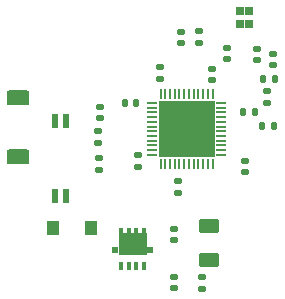
<source format=gtp>
G04 #@! TF.GenerationSoftware,KiCad,Pcbnew,9.0.0*
G04 #@! TF.CreationDate,2025-04-18T11:45:23+02:00*
G04 #@! TF.ProjectId,WakeBand,57616b65-4261-46e6-942e-6b696361645f,rev?*
G04 #@! TF.SameCoordinates,Original*
G04 #@! TF.FileFunction,Paste,Top*
G04 #@! TF.FilePolarity,Positive*
%FSLAX46Y46*%
G04 Gerber Fmt 4.6, Leading zero omitted, Abs format (unit mm)*
G04 Created by KiCad (PCBNEW 9.0.0) date 2025-04-18 11:45:23*
%MOMM*%
%LPD*%
G01*
G04 APERTURE LIST*
G04 Aperture macros list*
%AMRoundRect*
0 Rectangle with rounded corners*
0 $1 Rounding radius*
0 $2 $3 $4 $5 $6 $7 $8 $9 X,Y pos of 4 corners*
0 Add a 4 corners polygon primitive as box body*
4,1,4,$2,$3,$4,$5,$6,$7,$8,$9,$2,$3,0*
0 Add four circle primitives for the rounded corners*
1,1,$1+$1,$2,$3*
1,1,$1+$1,$4,$5*
1,1,$1+$1,$6,$7*
1,1,$1+$1,$8,$9*
0 Add four rect primitives between the rounded corners*
20,1,$1+$1,$2,$3,$4,$5,0*
20,1,$1+$1,$4,$5,$6,$7,0*
20,1,$1+$1,$6,$7,$8,$9,0*
20,1,$1+$1,$8,$9,$2,$3,0*%
G04 Aperture macros list end*
%ADD10RoundRect,0.140000X0.170000X-0.140000X0.170000X0.140000X-0.170000X0.140000X-0.170000X-0.140000X0*%
%ADD11RoundRect,0.140000X-0.170000X0.140000X-0.170000X-0.140000X0.170000X-0.140000X0.170000X0.140000X0*%
%ADD12R,0.420000X0.660000*%
%ADD13R,0.545000X0.570000*%
%ADD14R,0.420000X0.470000*%
%ADD15R,2.370000X1.830000*%
%ADD16R,0.650000X0.750000*%
%ADD17RoundRect,0.140000X-0.140000X-0.170000X0.140000X-0.170000X0.140000X0.170000X-0.140000X0.170000X0*%
%ADD18RoundRect,0.190500X0.762000X0.444500X-0.762000X0.444500X-0.762000X-0.444500X0.762000X-0.444500X0*%
%ADD19R,1.120000X1.220000*%
%ADD20R,0.850000X0.200000*%
%ADD21R,0.200000X0.850000*%
%ADD22R,4.700000X4.700000*%
%ADD23R,0.600000X1.200000*%
%ADD24RoundRect,0.135000X0.185000X-0.135000X0.185000X0.135000X-0.185000X0.135000X-0.185000X-0.135000X0*%
%ADD25RoundRect,0.250000X0.625000X-0.375000X0.625000X0.375000X-0.625000X0.375000X-0.625000X-0.375000X0*%
G04 APERTURE END LIST*
D10*
X239300000Y-109280000D03*
X239300000Y-108320000D03*
D11*
X244530000Y-102895000D03*
X244530000Y-103855000D03*
D12*
X241250000Y-119750000D03*
X241900000Y-119750000D03*
X242550000Y-119750000D03*
X243200000Y-119750000D03*
D13*
X240767000Y-118315000D03*
D14*
X241250000Y-116715000D03*
X241900000Y-116715000D03*
D15*
X242225000Y-117865000D03*
D14*
X242550000Y-116715000D03*
X243200000Y-116715000D03*
D13*
X243683000Y-118315000D03*
D11*
X246350000Y-99860000D03*
X246350000Y-100820000D03*
D16*
X252050000Y-99210000D03*
X252050000Y-98160000D03*
X251300000Y-98160000D03*
X251300000Y-99210000D03*
D17*
X253220000Y-107870000D03*
X254180000Y-107870000D03*
X251610000Y-106710000D03*
X252570000Y-106710000D03*
D18*
X232530000Y-110510000D03*
X232530000Y-105510000D03*
D10*
X253610000Y-105890000D03*
X253610000Y-104930000D03*
D11*
X246050000Y-112540000D03*
X246050000Y-113500000D03*
D19*
X235500000Y-116500000D03*
X238700000Y-116500000D03*
D10*
X250260000Y-102190000D03*
X250260000Y-101230000D03*
X254100000Y-102720000D03*
X254100000Y-101760000D03*
D11*
X239500000Y-106210000D03*
X239500000Y-107170000D03*
X247870000Y-99830000D03*
X247870000Y-100790000D03*
X248100000Y-120660000D03*
X248100000Y-121620000D03*
D20*
X243850000Y-105900000D03*
X243850000Y-106300000D03*
X243850000Y-106700000D03*
X243850000Y-107100000D03*
X243850000Y-107500000D03*
X243850000Y-107900000D03*
X243850000Y-108300000D03*
X243850000Y-108700000D03*
X243850000Y-109100000D03*
X243850000Y-109500000D03*
X243850000Y-109900000D03*
X243850000Y-110300000D03*
D21*
X244600000Y-111050000D03*
X245000000Y-111050000D03*
X245400000Y-111050000D03*
X245800000Y-111050000D03*
X246200000Y-111050000D03*
X246600000Y-111050000D03*
X247000000Y-111050000D03*
X247400000Y-111050000D03*
X247800000Y-111050000D03*
X248200000Y-111050000D03*
X248600000Y-111050000D03*
X249000000Y-111050000D03*
D20*
X249750000Y-110300000D03*
X249750000Y-109900000D03*
X249750000Y-109500000D03*
X249750000Y-109100000D03*
X249750000Y-108700000D03*
X249750000Y-108300000D03*
X249750000Y-107900000D03*
X249750000Y-107500000D03*
X249750000Y-107100000D03*
X249750000Y-106700000D03*
X249750000Y-106300000D03*
X249750000Y-105900000D03*
D21*
X249000000Y-105150000D03*
X248600000Y-105150000D03*
X248200000Y-105150000D03*
X247800000Y-105150000D03*
X247400000Y-105150000D03*
X247000000Y-105150000D03*
X246600000Y-105150000D03*
X246200000Y-105150000D03*
X245800000Y-105150000D03*
X245400000Y-105150000D03*
X245000000Y-105150000D03*
X244600000Y-105150000D03*
D22*
X246800000Y-108100000D03*
D11*
X242670000Y-110340000D03*
X242670000Y-111300000D03*
D17*
X253300000Y-103900000D03*
X254260000Y-103900000D03*
D11*
X245700000Y-116590000D03*
X245700000Y-117550000D03*
X251720000Y-110810000D03*
X251720000Y-111770000D03*
D10*
X252800000Y-102270000D03*
X252800000Y-101310000D03*
D11*
X245700000Y-120610000D03*
X245700000Y-121570000D03*
D23*
X235700000Y-107450000D03*
X235700000Y-113750000D03*
X236600000Y-113750000D03*
X236600000Y-107450000D03*
D24*
X239350000Y-111610000D03*
X239350000Y-110590000D03*
D25*
X248730000Y-119160000D03*
X248730000Y-116360000D03*
D17*
X241590000Y-105890000D03*
X242550000Y-105890000D03*
D11*
X248990000Y-103020000D03*
X248990000Y-103980000D03*
M02*

</source>
